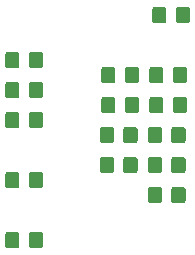
<source format=gbr>
G04 #@! TF.GenerationSoftware,KiCad,Pcbnew,5.1.5+dfsg1-2build2*
G04 #@! TF.CreationDate,2023-03-21T22:00:02+00:00*
G04 #@! TF.ProjectId,pps-rom-dumper,7070732d-726f-46d2-9d64-756d7065722e,rev?*
G04 #@! TF.SameCoordinates,Original*
G04 #@! TF.FileFunction,Paste,Bot*
G04 #@! TF.FilePolarity,Positive*
%FSLAX46Y46*%
G04 Gerber Fmt 4.6, Leading zero omitted, Abs format (unit mm)*
G04 Created by KiCad (PCBNEW 5.1.5+dfsg1-2build2) date 2023-03-21 22:00:02*
%MOMM*%
%LPD*%
G04 APERTURE LIST*
%ADD10C,0.100000*%
G04 APERTURE END LIST*
D10*
G36*
X109991505Y-60896204D02*
G01*
X110015773Y-60899804D01*
X110039572Y-60905765D01*
X110062671Y-60914030D01*
X110084850Y-60924520D01*
X110105893Y-60937132D01*
X110125599Y-60951747D01*
X110143777Y-60968223D01*
X110160253Y-60986401D01*
X110174868Y-61006107D01*
X110187480Y-61027150D01*
X110197970Y-61049329D01*
X110206235Y-61072428D01*
X110212196Y-61096227D01*
X110215796Y-61120495D01*
X110217000Y-61144999D01*
X110217000Y-62045001D01*
X110215796Y-62069505D01*
X110212196Y-62093773D01*
X110206235Y-62117572D01*
X110197970Y-62140671D01*
X110187480Y-62162850D01*
X110174868Y-62183893D01*
X110160253Y-62203599D01*
X110143777Y-62221777D01*
X110125599Y-62238253D01*
X110105893Y-62252868D01*
X110084850Y-62265480D01*
X110062671Y-62275970D01*
X110039572Y-62284235D01*
X110015773Y-62290196D01*
X109991505Y-62293796D01*
X109967001Y-62295000D01*
X109266999Y-62295000D01*
X109242495Y-62293796D01*
X109218227Y-62290196D01*
X109194428Y-62284235D01*
X109171329Y-62275970D01*
X109149150Y-62265480D01*
X109128107Y-62252868D01*
X109108401Y-62238253D01*
X109090223Y-62221777D01*
X109073747Y-62203599D01*
X109059132Y-62183893D01*
X109046520Y-62162850D01*
X109036030Y-62140671D01*
X109027765Y-62117572D01*
X109021804Y-62093773D01*
X109018204Y-62069505D01*
X109017000Y-62045001D01*
X109017000Y-61144999D01*
X109018204Y-61120495D01*
X109021804Y-61096227D01*
X109027765Y-61072428D01*
X109036030Y-61049329D01*
X109046520Y-61027150D01*
X109059132Y-61006107D01*
X109073747Y-60986401D01*
X109090223Y-60968223D01*
X109108401Y-60951747D01*
X109128107Y-60937132D01*
X109149150Y-60924520D01*
X109171329Y-60914030D01*
X109194428Y-60905765D01*
X109218227Y-60899804D01*
X109242495Y-60896204D01*
X109266999Y-60895000D01*
X109967001Y-60895000D01*
X109991505Y-60896204D01*
G37*
G36*
X111991505Y-60896204D02*
G01*
X112015773Y-60899804D01*
X112039572Y-60905765D01*
X112062671Y-60914030D01*
X112084850Y-60924520D01*
X112105893Y-60937132D01*
X112125599Y-60951747D01*
X112143777Y-60968223D01*
X112160253Y-60986401D01*
X112174868Y-61006107D01*
X112187480Y-61027150D01*
X112197970Y-61049329D01*
X112206235Y-61072428D01*
X112212196Y-61096227D01*
X112215796Y-61120495D01*
X112217000Y-61144999D01*
X112217000Y-62045001D01*
X112215796Y-62069505D01*
X112212196Y-62093773D01*
X112206235Y-62117572D01*
X112197970Y-62140671D01*
X112187480Y-62162850D01*
X112174868Y-62183893D01*
X112160253Y-62203599D01*
X112143777Y-62221777D01*
X112125599Y-62238253D01*
X112105893Y-62252868D01*
X112084850Y-62265480D01*
X112062671Y-62275970D01*
X112039572Y-62284235D01*
X112015773Y-62290196D01*
X111991505Y-62293796D01*
X111967001Y-62295000D01*
X111266999Y-62295000D01*
X111242495Y-62293796D01*
X111218227Y-62290196D01*
X111194428Y-62284235D01*
X111171329Y-62275970D01*
X111149150Y-62265480D01*
X111128107Y-62252868D01*
X111108401Y-62238253D01*
X111090223Y-62221777D01*
X111073747Y-62203599D01*
X111059132Y-62183893D01*
X111046520Y-62162850D01*
X111036030Y-62140671D01*
X111027765Y-62117572D01*
X111021804Y-62093773D01*
X111018204Y-62069505D01*
X111017000Y-62045001D01*
X111017000Y-61144999D01*
X111018204Y-61120495D01*
X111021804Y-61096227D01*
X111027765Y-61072428D01*
X111036030Y-61049329D01*
X111046520Y-61027150D01*
X111059132Y-61006107D01*
X111073747Y-60986401D01*
X111090223Y-60968223D01*
X111108401Y-60951747D01*
X111128107Y-60937132D01*
X111149150Y-60924520D01*
X111171329Y-60914030D01*
X111194428Y-60905765D01*
X111218227Y-60899804D01*
X111242495Y-60896204D01*
X111266999Y-60895000D01*
X111967001Y-60895000D01*
X111991505Y-60896204D01*
G37*
G36*
X114055505Y-60896204D02*
G01*
X114079773Y-60899804D01*
X114103572Y-60905765D01*
X114126671Y-60914030D01*
X114148850Y-60924520D01*
X114169893Y-60937132D01*
X114189599Y-60951747D01*
X114207777Y-60968223D01*
X114224253Y-60986401D01*
X114238868Y-61006107D01*
X114251480Y-61027150D01*
X114261970Y-61049329D01*
X114270235Y-61072428D01*
X114276196Y-61096227D01*
X114279796Y-61120495D01*
X114281000Y-61144999D01*
X114281000Y-62045001D01*
X114279796Y-62069505D01*
X114276196Y-62093773D01*
X114270235Y-62117572D01*
X114261970Y-62140671D01*
X114251480Y-62162850D01*
X114238868Y-62183893D01*
X114224253Y-62203599D01*
X114207777Y-62221777D01*
X114189599Y-62238253D01*
X114169893Y-62252868D01*
X114148850Y-62265480D01*
X114126671Y-62275970D01*
X114103572Y-62284235D01*
X114079773Y-62290196D01*
X114055505Y-62293796D01*
X114031001Y-62295000D01*
X113330999Y-62295000D01*
X113306495Y-62293796D01*
X113282227Y-62290196D01*
X113258428Y-62284235D01*
X113235329Y-62275970D01*
X113213150Y-62265480D01*
X113192107Y-62252868D01*
X113172401Y-62238253D01*
X113154223Y-62221777D01*
X113137747Y-62203599D01*
X113123132Y-62183893D01*
X113110520Y-62162850D01*
X113100030Y-62140671D01*
X113091765Y-62117572D01*
X113085804Y-62093773D01*
X113082204Y-62069505D01*
X113081000Y-62045001D01*
X113081000Y-61144999D01*
X113082204Y-61120495D01*
X113085804Y-61096227D01*
X113091765Y-61072428D01*
X113100030Y-61049329D01*
X113110520Y-61027150D01*
X113123132Y-61006107D01*
X113137747Y-60986401D01*
X113154223Y-60968223D01*
X113172401Y-60951747D01*
X113192107Y-60937132D01*
X113213150Y-60924520D01*
X113235329Y-60914030D01*
X113258428Y-60905765D01*
X113282227Y-60899804D01*
X113306495Y-60896204D01*
X113330999Y-60895000D01*
X114031001Y-60895000D01*
X114055505Y-60896204D01*
G37*
G36*
X116055505Y-60896204D02*
G01*
X116079773Y-60899804D01*
X116103572Y-60905765D01*
X116126671Y-60914030D01*
X116148850Y-60924520D01*
X116169893Y-60937132D01*
X116189599Y-60951747D01*
X116207777Y-60968223D01*
X116224253Y-60986401D01*
X116238868Y-61006107D01*
X116251480Y-61027150D01*
X116261970Y-61049329D01*
X116270235Y-61072428D01*
X116276196Y-61096227D01*
X116279796Y-61120495D01*
X116281000Y-61144999D01*
X116281000Y-62045001D01*
X116279796Y-62069505D01*
X116276196Y-62093773D01*
X116270235Y-62117572D01*
X116261970Y-62140671D01*
X116251480Y-62162850D01*
X116238868Y-62183893D01*
X116224253Y-62203599D01*
X116207777Y-62221777D01*
X116189599Y-62238253D01*
X116169893Y-62252868D01*
X116148850Y-62265480D01*
X116126671Y-62275970D01*
X116103572Y-62284235D01*
X116079773Y-62290196D01*
X116055505Y-62293796D01*
X116031001Y-62295000D01*
X115330999Y-62295000D01*
X115306495Y-62293796D01*
X115282227Y-62290196D01*
X115258428Y-62284235D01*
X115235329Y-62275970D01*
X115213150Y-62265480D01*
X115192107Y-62252868D01*
X115172401Y-62238253D01*
X115154223Y-62221777D01*
X115137747Y-62203599D01*
X115123132Y-62183893D01*
X115110520Y-62162850D01*
X115100030Y-62140671D01*
X115091765Y-62117572D01*
X115085804Y-62093773D01*
X115082204Y-62069505D01*
X115081000Y-62045001D01*
X115081000Y-61144999D01*
X115082204Y-61120495D01*
X115085804Y-61096227D01*
X115091765Y-61072428D01*
X115100030Y-61049329D01*
X115110520Y-61027150D01*
X115123132Y-61006107D01*
X115137747Y-60986401D01*
X115154223Y-60968223D01*
X115172401Y-60951747D01*
X115192107Y-60937132D01*
X115213150Y-60924520D01*
X115235329Y-60914030D01*
X115258428Y-60905765D01*
X115282227Y-60899804D01*
X115306495Y-60896204D01*
X115330999Y-60895000D01*
X116031001Y-60895000D01*
X116055505Y-60896204D01*
G37*
G36*
X109864505Y-65976204D02*
G01*
X109888773Y-65979804D01*
X109912572Y-65985765D01*
X109935671Y-65994030D01*
X109957850Y-66004520D01*
X109978893Y-66017132D01*
X109998599Y-66031747D01*
X110016777Y-66048223D01*
X110033253Y-66066401D01*
X110047868Y-66086107D01*
X110060480Y-66107150D01*
X110070970Y-66129329D01*
X110079235Y-66152428D01*
X110085196Y-66176227D01*
X110088796Y-66200495D01*
X110090000Y-66224999D01*
X110090000Y-67125001D01*
X110088796Y-67149505D01*
X110085196Y-67173773D01*
X110079235Y-67197572D01*
X110070970Y-67220671D01*
X110060480Y-67242850D01*
X110047868Y-67263893D01*
X110033253Y-67283599D01*
X110016777Y-67301777D01*
X109998599Y-67318253D01*
X109978893Y-67332868D01*
X109957850Y-67345480D01*
X109935671Y-67355970D01*
X109912572Y-67364235D01*
X109888773Y-67370196D01*
X109864505Y-67373796D01*
X109840001Y-67375000D01*
X109139999Y-67375000D01*
X109115495Y-67373796D01*
X109091227Y-67370196D01*
X109067428Y-67364235D01*
X109044329Y-67355970D01*
X109022150Y-67345480D01*
X109001107Y-67332868D01*
X108981401Y-67318253D01*
X108963223Y-67301777D01*
X108946747Y-67283599D01*
X108932132Y-67263893D01*
X108919520Y-67242850D01*
X108909030Y-67220671D01*
X108900765Y-67197572D01*
X108894804Y-67173773D01*
X108891204Y-67149505D01*
X108890000Y-67125001D01*
X108890000Y-66224999D01*
X108891204Y-66200495D01*
X108894804Y-66176227D01*
X108900765Y-66152428D01*
X108909030Y-66129329D01*
X108919520Y-66107150D01*
X108932132Y-66086107D01*
X108946747Y-66066401D01*
X108963223Y-66048223D01*
X108981401Y-66031747D01*
X109001107Y-66017132D01*
X109022150Y-66004520D01*
X109044329Y-65994030D01*
X109067428Y-65985765D01*
X109091227Y-65979804D01*
X109115495Y-65976204D01*
X109139999Y-65975000D01*
X109840001Y-65975000D01*
X109864505Y-65976204D01*
G37*
G36*
X111864505Y-65976204D02*
G01*
X111888773Y-65979804D01*
X111912572Y-65985765D01*
X111935671Y-65994030D01*
X111957850Y-66004520D01*
X111978893Y-66017132D01*
X111998599Y-66031747D01*
X112016777Y-66048223D01*
X112033253Y-66066401D01*
X112047868Y-66086107D01*
X112060480Y-66107150D01*
X112070970Y-66129329D01*
X112079235Y-66152428D01*
X112085196Y-66176227D01*
X112088796Y-66200495D01*
X112090000Y-66224999D01*
X112090000Y-67125001D01*
X112088796Y-67149505D01*
X112085196Y-67173773D01*
X112079235Y-67197572D01*
X112070970Y-67220671D01*
X112060480Y-67242850D01*
X112047868Y-67263893D01*
X112033253Y-67283599D01*
X112016777Y-67301777D01*
X111998599Y-67318253D01*
X111978893Y-67332868D01*
X111957850Y-67345480D01*
X111935671Y-67355970D01*
X111912572Y-67364235D01*
X111888773Y-67370196D01*
X111864505Y-67373796D01*
X111840001Y-67375000D01*
X111139999Y-67375000D01*
X111115495Y-67373796D01*
X111091227Y-67370196D01*
X111067428Y-67364235D01*
X111044329Y-67355970D01*
X111022150Y-67345480D01*
X111001107Y-67332868D01*
X110981401Y-67318253D01*
X110963223Y-67301777D01*
X110946747Y-67283599D01*
X110932132Y-67263893D01*
X110919520Y-67242850D01*
X110909030Y-67220671D01*
X110900765Y-67197572D01*
X110894804Y-67173773D01*
X110891204Y-67149505D01*
X110890000Y-67125001D01*
X110890000Y-66224999D01*
X110891204Y-66200495D01*
X110894804Y-66176227D01*
X110900765Y-66152428D01*
X110909030Y-66129329D01*
X110919520Y-66107150D01*
X110932132Y-66086107D01*
X110946747Y-66066401D01*
X110963223Y-66048223D01*
X110981401Y-66031747D01*
X111001107Y-66017132D01*
X111022150Y-66004520D01*
X111044329Y-65994030D01*
X111067428Y-65985765D01*
X111091227Y-65979804D01*
X111115495Y-65976204D01*
X111139999Y-65975000D01*
X111840001Y-65975000D01*
X111864505Y-65976204D01*
G37*
G36*
X113928505Y-65976204D02*
G01*
X113952773Y-65979804D01*
X113976572Y-65985765D01*
X113999671Y-65994030D01*
X114021850Y-66004520D01*
X114042893Y-66017132D01*
X114062599Y-66031747D01*
X114080777Y-66048223D01*
X114097253Y-66066401D01*
X114111868Y-66086107D01*
X114124480Y-66107150D01*
X114134970Y-66129329D01*
X114143235Y-66152428D01*
X114149196Y-66176227D01*
X114152796Y-66200495D01*
X114154000Y-66224999D01*
X114154000Y-67125001D01*
X114152796Y-67149505D01*
X114149196Y-67173773D01*
X114143235Y-67197572D01*
X114134970Y-67220671D01*
X114124480Y-67242850D01*
X114111868Y-67263893D01*
X114097253Y-67283599D01*
X114080777Y-67301777D01*
X114062599Y-67318253D01*
X114042893Y-67332868D01*
X114021850Y-67345480D01*
X113999671Y-67355970D01*
X113976572Y-67364235D01*
X113952773Y-67370196D01*
X113928505Y-67373796D01*
X113904001Y-67375000D01*
X113203999Y-67375000D01*
X113179495Y-67373796D01*
X113155227Y-67370196D01*
X113131428Y-67364235D01*
X113108329Y-67355970D01*
X113086150Y-67345480D01*
X113065107Y-67332868D01*
X113045401Y-67318253D01*
X113027223Y-67301777D01*
X113010747Y-67283599D01*
X112996132Y-67263893D01*
X112983520Y-67242850D01*
X112973030Y-67220671D01*
X112964765Y-67197572D01*
X112958804Y-67173773D01*
X112955204Y-67149505D01*
X112954000Y-67125001D01*
X112954000Y-66224999D01*
X112955204Y-66200495D01*
X112958804Y-66176227D01*
X112964765Y-66152428D01*
X112973030Y-66129329D01*
X112983520Y-66107150D01*
X112996132Y-66086107D01*
X113010747Y-66066401D01*
X113027223Y-66048223D01*
X113045401Y-66031747D01*
X113065107Y-66017132D01*
X113086150Y-66004520D01*
X113108329Y-65994030D01*
X113131428Y-65985765D01*
X113155227Y-65979804D01*
X113179495Y-65976204D01*
X113203999Y-65975000D01*
X113904001Y-65975000D01*
X113928505Y-65976204D01*
G37*
G36*
X115928505Y-65976204D02*
G01*
X115952773Y-65979804D01*
X115976572Y-65985765D01*
X115999671Y-65994030D01*
X116021850Y-66004520D01*
X116042893Y-66017132D01*
X116062599Y-66031747D01*
X116080777Y-66048223D01*
X116097253Y-66066401D01*
X116111868Y-66086107D01*
X116124480Y-66107150D01*
X116134970Y-66129329D01*
X116143235Y-66152428D01*
X116149196Y-66176227D01*
X116152796Y-66200495D01*
X116154000Y-66224999D01*
X116154000Y-67125001D01*
X116152796Y-67149505D01*
X116149196Y-67173773D01*
X116143235Y-67197572D01*
X116134970Y-67220671D01*
X116124480Y-67242850D01*
X116111868Y-67263893D01*
X116097253Y-67283599D01*
X116080777Y-67301777D01*
X116062599Y-67318253D01*
X116042893Y-67332868D01*
X116021850Y-67345480D01*
X115999671Y-67355970D01*
X115976572Y-67364235D01*
X115952773Y-67370196D01*
X115928505Y-67373796D01*
X115904001Y-67375000D01*
X115203999Y-67375000D01*
X115179495Y-67373796D01*
X115155227Y-67370196D01*
X115131428Y-67364235D01*
X115108329Y-67355970D01*
X115086150Y-67345480D01*
X115065107Y-67332868D01*
X115045401Y-67318253D01*
X115027223Y-67301777D01*
X115010747Y-67283599D01*
X114996132Y-67263893D01*
X114983520Y-67242850D01*
X114973030Y-67220671D01*
X114964765Y-67197572D01*
X114958804Y-67173773D01*
X114955204Y-67149505D01*
X114954000Y-67125001D01*
X114954000Y-66224999D01*
X114955204Y-66200495D01*
X114958804Y-66176227D01*
X114964765Y-66152428D01*
X114973030Y-66129329D01*
X114983520Y-66107150D01*
X114996132Y-66086107D01*
X115010747Y-66066401D01*
X115027223Y-66048223D01*
X115045401Y-66031747D01*
X115065107Y-66017132D01*
X115086150Y-66004520D01*
X115108329Y-65994030D01*
X115131428Y-65985765D01*
X115155227Y-65979804D01*
X115179495Y-65976204D01*
X115203999Y-65975000D01*
X115904001Y-65975000D01*
X115928505Y-65976204D01*
G37*
G36*
X109991505Y-58356204D02*
G01*
X110015773Y-58359804D01*
X110039572Y-58365765D01*
X110062671Y-58374030D01*
X110084850Y-58384520D01*
X110105893Y-58397132D01*
X110125599Y-58411747D01*
X110143777Y-58428223D01*
X110160253Y-58446401D01*
X110174868Y-58466107D01*
X110187480Y-58487150D01*
X110197970Y-58509329D01*
X110206235Y-58532428D01*
X110212196Y-58556227D01*
X110215796Y-58580495D01*
X110217000Y-58604999D01*
X110217000Y-59505001D01*
X110215796Y-59529505D01*
X110212196Y-59553773D01*
X110206235Y-59577572D01*
X110197970Y-59600671D01*
X110187480Y-59622850D01*
X110174868Y-59643893D01*
X110160253Y-59663599D01*
X110143777Y-59681777D01*
X110125599Y-59698253D01*
X110105893Y-59712868D01*
X110084850Y-59725480D01*
X110062671Y-59735970D01*
X110039572Y-59744235D01*
X110015773Y-59750196D01*
X109991505Y-59753796D01*
X109967001Y-59755000D01*
X109266999Y-59755000D01*
X109242495Y-59753796D01*
X109218227Y-59750196D01*
X109194428Y-59744235D01*
X109171329Y-59735970D01*
X109149150Y-59725480D01*
X109128107Y-59712868D01*
X109108401Y-59698253D01*
X109090223Y-59681777D01*
X109073747Y-59663599D01*
X109059132Y-59643893D01*
X109046520Y-59622850D01*
X109036030Y-59600671D01*
X109027765Y-59577572D01*
X109021804Y-59553773D01*
X109018204Y-59529505D01*
X109017000Y-59505001D01*
X109017000Y-58604999D01*
X109018204Y-58580495D01*
X109021804Y-58556227D01*
X109027765Y-58532428D01*
X109036030Y-58509329D01*
X109046520Y-58487150D01*
X109059132Y-58466107D01*
X109073747Y-58446401D01*
X109090223Y-58428223D01*
X109108401Y-58411747D01*
X109128107Y-58397132D01*
X109149150Y-58384520D01*
X109171329Y-58374030D01*
X109194428Y-58365765D01*
X109218227Y-58359804D01*
X109242495Y-58356204D01*
X109266999Y-58355000D01*
X109967001Y-58355000D01*
X109991505Y-58356204D01*
G37*
G36*
X111991505Y-58356204D02*
G01*
X112015773Y-58359804D01*
X112039572Y-58365765D01*
X112062671Y-58374030D01*
X112084850Y-58384520D01*
X112105893Y-58397132D01*
X112125599Y-58411747D01*
X112143777Y-58428223D01*
X112160253Y-58446401D01*
X112174868Y-58466107D01*
X112187480Y-58487150D01*
X112197970Y-58509329D01*
X112206235Y-58532428D01*
X112212196Y-58556227D01*
X112215796Y-58580495D01*
X112217000Y-58604999D01*
X112217000Y-59505001D01*
X112215796Y-59529505D01*
X112212196Y-59553773D01*
X112206235Y-59577572D01*
X112197970Y-59600671D01*
X112187480Y-59622850D01*
X112174868Y-59643893D01*
X112160253Y-59663599D01*
X112143777Y-59681777D01*
X112125599Y-59698253D01*
X112105893Y-59712868D01*
X112084850Y-59725480D01*
X112062671Y-59735970D01*
X112039572Y-59744235D01*
X112015773Y-59750196D01*
X111991505Y-59753796D01*
X111967001Y-59755000D01*
X111266999Y-59755000D01*
X111242495Y-59753796D01*
X111218227Y-59750196D01*
X111194428Y-59744235D01*
X111171329Y-59735970D01*
X111149150Y-59725480D01*
X111128107Y-59712868D01*
X111108401Y-59698253D01*
X111090223Y-59681777D01*
X111073747Y-59663599D01*
X111059132Y-59643893D01*
X111046520Y-59622850D01*
X111036030Y-59600671D01*
X111027765Y-59577572D01*
X111021804Y-59553773D01*
X111018204Y-59529505D01*
X111017000Y-59505001D01*
X111017000Y-58604999D01*
X111018204Y-58580495D01*
X111021804Y-58556227D01*
X111027765Y-58532428D01*
X111036030Y-58509329D01*
X111046520Y-58487150D01*
X111059132Y-58466107D01*
X111073747Y-58446401D01*
X111090223Y-58428223D01*
X111108401Y-58411747D01*
X111128107Y-58397132D01*
X111149150Y-58384520D01*
X111171329Y-58374030D01*
X111194428Y-58365765D01*
X111218227Y-58359804D01*
X111242495Y-58356204D01*
X111266999Y-58355000D01*
X111967001Y-58355000D01*
X111991505Y-58356204D01*
G37*
G36*
X114055505Y-58356204D02*
G01*
X114079773Y-58359804D01*
X114103572Y-58365765D01*
X114126671Y-58374030D01*
X114148850Y-58384520D01*
X114169893Y-58397132D01*
X114189599Y-58411747D01*
X114207777Y-58428223D01*
X114224253Y-58446401D01*
X114238868Y-58466107D01*
X114251480Y-58487150D01*
X114261970Y-58509329D01*
X114270235Y-58532428D01*
X114276196Y-58556227D01*
X114279796Y-58580495D01*
X114281000Y-58604999D01*
X114281000Y-59505001D01*
X114279796Y-59529505D01*
X114276196Y-59553773D01*
X114270235Y-59577572D01*
X114261970Y-59600671D01*
X114251480Y-59622850D01*
X114238868Y-59643893D01*
X114224253Y-59663599D01*
X114207777Y-59681777D01*
X114189599Y-59698253D01*
X114169893Y-59712868D01*
X114148850Y-59725480D01*
X114126671Y-59735970D01*
X114103572Y-59744235D01*
X114079773Y-59750196D01*
X114055505Y-59753796D01*
X114031001Y-59755000D01*
X113330999Y-59755000D01*
X113306495Y-59753796D01*
X113282227Y-59750196D01*
X113258428Y-59744235D01*
X113235329Y-59735970D01*
X113213150Y-59725480D01*
X113192107Y-59712868D01*
X113172401Y-59698253D01*
X113154223Y-59681777D01*
X113137747Y-59663599D01*
X113123132Y-59643893D01*
X113110520Y-59622850D01*
X113100030Y-59600671D01*
X113091765Y-59577572D01*
X113085804Y-59553773D01*
X113082204Y-59529505D01*
X113081000Y-59505001D01*
X113081000Y-58604999D01*
X113082204Y-58580495D01*
X113085804Y-58556227D01*
X113091765Y-58532428D01*
X113100030Y-58509329D01*
X113110520Y-58487150D01*
X113123132Y-58466107D01*
X113137747Y-58446401D01*
X113154223Y-58428223D01*
X113172401Y-58411747D01*
X113192107Y-58397132D01*
X113213150Y-58384520D01*
X113235329Y-58374030D01*
X113258428Y-58365765D01*
X113282227Y-58359804D01*
X113306495Y-58356204D01*
X113330999Y-58355000D01*
X114031001Y-58355000D01*
X114055505Y-58356204D01*
G37*
G36*
X116055505Y-58356204D02*
G01*
X116079773Y-58359804D01*
X116103572Y-58365765D01*
X116126671Y-58374030D01*
X116148850Y-58384520D01*
X116169893Y-58397132D01*
X116189599Y-58411747D01*
X116207777Y-58428223D01*
X116224253Y-58446401D01*
X116238868Y-58466107D01*
X116251480Y-58487150D01*
X116261970Y-58509329D01*
X116270235Y-58532428D01*
X116276196Y-58556227D01*
X116279796Y-58580495D01*
X116281000Y-58604999D01*
X116281000Y-59505001D01*
X116279796Y-59529505D01*
X116276196Y-59553773D01*
X116270235Y-59577572D01*
X116261970Y-59600671D01*
X116251480Y-59622850D01*
X116238868Y-59643893D01*
X116224253Y-59663599D01*
X116207777Y-59681777D01*
X116189599Y-59698253D01*
X116169893Y-59712868D01*
X116148850Y-59725480D01*
X116126671Y-59735970D01*
X116103572Y-59744235D01*
X116079773Y-59750196D01*
X116055505Y-59753796D01*
X116031001Y-59755000D01*
X115330999Y-59755000D01*
X115306495Y-59753796D01*
X115282227Y-59750196D01*
X115258428Y-59744235D01*
X115235329Y-59735970D01*
X115213150Y-59725480D01*
X115192107Y-59712868D01*
X115172401Y-59698253D01*
X115154223Y-59681777D01*
X115137747Y-59663599D01*
X115123132Y-59643893D01*
X115110520Y-59622850D01*
X115100030Y-59600671D01*
X115091765Y-59577572D01*
X115085804Y-59553773D01*
X115082204Y-59529505D01*
X115081000Y-59505001D01*
X115081000Y-58604999D01*
X115082204Y-58580495D01*
X115085804Y-58556227D01*
X115091765Y-58532428D01*
X115100030Y-58509329D01*
X115110520Y-58487150D01*
X115123132Y-58466107D01*
X115137747Y-58446401D01*
X115154223Y-58428223D01*
X115172401Y-58411747D01*
X115192107Y-58397132D01*
X115213150Y-58384520D01*
X115235329Y-58374030D01*
X115258428Y-58365765D01*
X115282227Y-58359804D01*
X115306495Y-58356204D01*
X115330999Y-58355000D01*
X116031001Y-58355000D01*
X116055505Y-58356204D01*
G37*
G36*
X109864505Y-63436204D02*
G01*
X109888773Y-63439804D01*
X109912572Y-63445765D01*
X109935671Y-63454030D01*
X109957850Y-63464520D01*
X109978893Y-63477132D01*
X109998599Y-63491747D01*
X110016777Y-63508223D01*
X110033253Y-63526401D01*
X110047868Y-63546107D01*
X110060480Y-63567150D01*
X110070970Y-63589329D01*
X110079235Y-63612428D01*
X110085196Y-63636227D01*
X110088796Y-63660495D01*
X110090000Y-63684999D01*
X110090000Y-64585001D01*
X110088796Y-64609505D01*
X110085196Y-64633773D01*
X110079235Y-64657572D01*
X110070970Y-64680671D01*
X110060480Y-64702850D01*
X110047868Y-64723893D01*
X110033253Y-64743599D01*
X110016777Y-64761777D01*
X109998599Y-64778253D01*
X109978893Y-64792868D01*
X109957850Y-64805480D01*
X109935671Y-64815970D01*
X109912572Y-64824235D01*
X109888773Y-64830196D01*
X109864505Y-64833796D01*
X109840001Y-64835000D01*
X109139999Y-64835000D01*
X109115495Y-64833796D01*
X109091227Y-64830196D01*
X109067428Y-64824235D01*
X109044329Y-64815970D01*
X109022150Y-64805480D01*
X109001107Y-64792868D01*
X108981401Y-64778253D01*
X108963223Y-64761777D01*
X108946747Y-64743599D01*
X108932132Y-64723893D01*
X108919520Y-64702850D01*
X108909030Y-64680671D01*
X108900765Y-64657572D01*
X108894804Y-64633773D01*
X108891204Y-64609505D01*
X108890000Y-64585001D01*
X108890000Y-63684999D01*
X108891204Y-63660495D01*
X108894804Y-63636227D01*
X108900765Y-63612428D01*
X108909030Y-63589329D01*
X108919520Y-63567150D01*
X108932132Y-63546107D01*
X108946747Y-63526401D01*
X108963223Y-63508223D01*
X108981401Y-63491747D01*
X109001107Y-63477132D01*
X109022150Y-63464520D01*
X109044329Y-63454030D01*
X109067428Y-63445765D01*
X109091227Y-63439804D01*
X109115495Y-63436204D01*
X109139999Y-63435000D01*
X109840001Y-63435000D01*
X109864505Y-63436204D01*
G37*
G36*
X111864505Y-63436204D02*
G01*
X111888773Y-63439804D01*
X111912572Y-63445765D01*
X111935671Y-63454030D01*
X111957850Y-63464520D01*
X111978893Y-63477132D01*
X111998599Y-63491747D01*
X112016777Y-63508223D01*
X112033253Y-63526401D01*
X112047868Y-63546107D01*
X112060480Y-63567150D01*
X112070970Y-63589329D01*
X112079235Y-63612428D01*
X112085196Y-63636227D01*
X112088796Y-63660495D01*
X112090000Y-63684999D01*
X112090000Y-64585001D01*
X112088796Y-64609505D01*
X112085196Y-64633773D01*
X112079235Y-64657572D01*
X112070970Y-64680671D01*
X112060480Y-64702850D01*
X112047868Y-64723893D01*
X112033253Y-64743599D01*
X112016777Y-64761777D01*
X111998599Y-64778253D01*
X111978893Y-64792868D01*
X111957850Y-64805480D01*
X111935671Y-64815970D01*
X111912572Y-64824235D01*
X111888773Y-64830196D01*
X111864505Y-64833796D01*
X111840001Y-64835000D01*
X111139999Y-64835000D01*
X111115495Y-64833796D01*
X111091227Y-64830196D01*
X111067428Y-64824235D01*
X111044329Y-64815970D01*
X111022150Y-64805480D01*
X111001107Y-64792868D01*
X110981401Y-64778253D01*
X110963223Y-64761777D01*
X110946747Y-64743599D01*
X110932132Y-64723893D01*
X110919520Y-64702850D01*
X110909030Y-64680671D01*
X110900765Y-64657572D01*
X110894804Y-64633773D01*
X110891204Y-64609505D01*
X110890000Y-64585001D01*
X110890000Y-63684999D01*
X110891204Y-63660495D01*
X110894804Y-63636227D01*
X110900765Y-63612428D01*
X110909030Y-63589329D01*
X110919520Y-63567150D01*
X110932132Y-63546107D01*
X110946747Y-63526401D01*
X110963223Y-63508223D01*
X110981401Y-63491747D01*
X111001107Y-63477132D01*
X111022150Y-63464520D01*
X111044329Y-63454030D01*
X111067428Y-63445765D01*
X111091227Y-63439804D01*
X111115495Y-63436204D01*
X111139999Y-63435000D01*
X111840001Y-63435000D01*
X111864505Y-63436204D01*
G37*
G36*
X113928505Y-63436204D02*
G01*
X113952773Y-63439804D01*
X113976572Y-63445765D01*
X113999671Y-63454030D01*
X114021850Y-63464520D01*
X114042893Y-63477132D01*
X114062599Y-63491747D01*
X114080777Y-63508223D01*
X114097253Y-63526401D01*
X114111868Y-63546107D01*
X114124480Y-63567150D01*
X114134970Y-63589329D01*
X114143235Y-63612428D01*
X114149196Y-63636227D01*
X114152796Y-63660495D01*
X114154000Y-63684999D01*
X114154000Y-64585001D01*
X114152796Y-64609505D01*
X114149196Y-64633773D01*
X114143235Y-64657572D01*
X114134970Y-64680671D01*
X114124480Y-64702850D01*
X114111868Y-64723893D01*
X114097253Y-64743599D01*
X114080777Y-64761777D01*
X114062599Y-64778253D01*
X114042893Y-64792868D01*
X114021850Y-64805480D01*
X113999671Y-64815970D01*
X113976572Y-64824235D01*
X113952773Y-64830196D01*
X113928505Y-64833796D01*
X113904001Y-64835000D01*
X113203999Y-64835000D01*
X113179495Y-64833796D01*
X113155227Y-64830196D01*
X113131428Y-64824235D01*
X113108329Y-64815970D01*
X113086150Y-64805480D01*
X113065107Y-64792868D01*
X113045401Y-64778253D01*
X113027223Y-64761777D01*
X113010747Y-64743599D01*
X112996132Y-64723893D01*
X112983520Y-64702850D01*
X112973030Y-64680671D01*
X112964765Y-64657572D01*
X112958804Y-64633773D01*
X112955204Y-64609505D01*
X112954000Y-64585001D01*
X112954000Y-63684999D01*
X112955204Y-63660495D01*
X112958804Y-63636227D01*
X112964765Y-63612428D01*
X112973030Y-63589329D01*
X112983520Y-63567150D01*
X112996132Y-63546107D01*
X113010747Y-63526401D01*
X113027223Y-63508223D01*
X113045401Y-63491747D01*
X113065107Y-63477132D01*
X113086150Y-63464520D01*
X113108329Y-63454030D01*
X113131428Y-63445765D01*
X113155227Y-63439804D01*
X113179495Y-63436204D01*
X113203999Y-63435000D01*
X113904001Y-63435000D01*
X113928505Y-63436204D01*
G37*
G36*
X115928505Y-63436204D02*
G01*
X115952773Y-63439804D01*
X115976572Y-63445765D01*
X115999671Y-63454030D01*
X116021850Y-63464520D01*
X116042893Y-63477132D01*
X116062599Y-63491747D01*
X116080777Y-63508223D01*
X116097253Y-63526401D01*
X116111868Y-63546107D01*
X116124480Y-63567150D01*
X116134970Y-63589329D01*
X116143235Y-63612428D01*
X116149196Y-63636227D01*
X116152796Y-63660495D01*
X116154000Y-63684999D01*
X116154000Y-64585001D01*
X116152796Y-64609505D01*
X116149196Y-64633773D01*
X116143235Y-64657572D01*
X116134970Y-64680671D01*
X116124480Y-64702850D01*
X116111868Y-64723893D01*
X116097253Y-64743599D01*
X116080777Y-64761777D01*
X116062599Y-64778253D01*
X116042893Y-64792868D01*
X116021850Y-64805480D01*
X115999671Y-64815970D01*
X115976572Y-64824235D01*
X115952773Y-64830196D01*
X115928505Y-64833796D01*
X115904001Y-64835000D01*
X115203999Y-64835000D01*
X115179495Y-64833796D01*
X115155227Y-64830196D01*
X115131428Y-64824235D01*
X115108329Y-64815970D01*
X115086150Y-64805480D01*
X115065107Y-64792868D01*
X115045401Y-64778253D01*
X115027223Y-64761777D01*
X115010747Y-64743599D01*
X114996132Y-64723893D01*
X114983520Y-64702850D01*
X114973030Y-64680671D01*
X114964765Y-64657572D01*
X114958804Y-64633773D01*
X114955204Y-64609505D01*
X114954000Y-64585001D01*
X114954000Y-63684999D01*
X114955204Y-63660495D01*
X114958804Y-63636227D01*
X114964765Y-63612428D01*
X114973030Y-63589329D01*
X114983520Y-63567150D01*
X114996132Y-63546107D01*
X115010747Y-63526401D01*
X115027223Y-63508223D01*
X115045401Y-63491747D01*
X115065107Y-63477132D01*
X115086150Y-63464520D01*
X115108329Y-63454030D01*
X115131428Y-63445765D01*
X115155227Y-63439804D01*
X115179495Y-63436204D01*
X115203999Y-63435000D01*
X115904001Y-63435000D01*
X115928505Y-63436204D01*
G37*
G36*
X101863505Y-62166204D02*
G01*
X101887773Y-62169804D01*
X101911572Y-62175765D01*
X101934671Y-62184030D01*
X101956850Y-62194520D01*
X101977893Y-62207132D01*
X101997599Y-62221747D01*
X102015777Y-62238223D01*
X102032253Y-62256401D01*
X102046868Y-62276107D01*
X102059480Y-62297150D01*
X102069970Y-62319329D01*
X102078235Y-62342428D01*
X102084196Y-62366227D01*
X102087796Y-62390495D01*
X102089000Y-62414999D01*
X102089000Y-63315001D01*
X102087796Y-63339505D01*
X102084196Y-63363773D01*
X102078235Y-63387572D01*
X102069970Y-63410671D01*
X102059480Y-63432850D01*
X102046868Y-63453893D01*
X102032253Y-63473599D01*
X102015777Y-63491777D01*
X101997599Y-63508253D01*
X101977893Y-63522868D01*
X101956850Y-63535480D01*
X101934671Y-63545970D01*
X101911572Y-63554235D01*
X101887773Y-63560196D01*
X101863505Y-63563796D01*
X101839001Y-63565000D01*
X101138999Y-63565000D01*
X101114495Y-63563796D01*
X101090227Y-63560196D01*
X101066428Y-63554235D01*
X101043329Y-63545970D01*
X101021150Y-63535480D01*
X101000107Y-63522868D01*
X100980401Y-63508253D01*
X100962223Y-63491777D01*
X100945747Y-63473599D01*
X100931132Y-63453893D01*
X100918520Y-63432850D01*
X100908030Y-63410671D01*
X100899765Y-63387572D01*
X100893804Y-63363773D01*
X100890204Y-63339505D01*
X100889000Y-63315001D01*
X100889000Y-62414999D01*
X100890204Y-62390495D01*
X100893804Y-62366227D01*
X100899765Y-62342428D01*
X100908030Y-62319329D01*
X100918520Y-62297150D01*
X100931132Y-62276107D01*
X100945747Y-62256401D01*
X100962223Y-62238223D01*
X100980401Y-62221747D01*
X101000107Y-62207132D01*
X101021150Y-62194520D01*
X101043329Y-62184030D01*
X101066428Y-62175765D01*
X101090227Y-62169804D01*
X101114495Y-62166204D01*
X101138999Y-62165000D01*
X101839001Y-62165000D01*
X101863505Y-62166204D01*
G37*
G36*
X103863505Y-62166204D02*
G01*
X103887773Y-62169804D01*
X103911572Y-62175765D01*
X103934671Y-62184030D01*
X103956850Y-62194520D01*
X103977893Y-62207132D01*
X103997599Y-62221747D01*
X104015777Y-62238223D01*
X104032253Y-62256401D01*
X104046868Y-62276107D01*
X104059480Y-62297150D01*
X104069970Y-62319329D01*
X104078235Y-62342428D01*
X104084196Y-62366227D01*
X104087796Y-62390495D01*
X104089000Y-62414999D01*
X104089000Y-63315001D01*
X104087796Y-63339505D01*
X104084196Y-63363773D01*
X104078235Y-63387572D01*
X104069970Y-63410671D01*
X104059480Y-63432850D01*
X104046868Y-63453893D01*
X104032253Y-63473599D01*
X104015777Y-63491777D01*
X103997599Y-63508253D01*
X103977893Y-63522868D01*
X103956850Y-63535480D01*
X103934671Y-63545970D01*
X103911572Y-63554235D01*
X103887773Y-63560196D01*
X103863505Y-63563796D01*
X103839001Y-63565000D01*
X103138999Y-63565000D01*
X103114495Y-63563796D01*
X103090227Y-63560196D01*
X103066428Y-63554235D01*
X103043329Y-63545970D01*
X103021150Y-63535480D01*
X103000107Y-63522868D01*
X102980401Y-63508253D01*
X102962223Y-63491777D01*
X102945747Y-63473599D01*
X102931132Y-63453893D01*
X102918520Y-63432850D01*
X102908030Y-63410671D01*
X102899765Y-63387572D01*
X102893804Y-63363773D01*
X102890204Y-63339505D01*
X102889000Y-63315001D01*
X102889000Y-62414999D01*
X102890204Y-62390495D01*
X102893804Y-62366227D01*
X102899765Y-62342428D01*
X102908030Y-62319329D01*
X102918520Y-62297150D01*
X102931132Y-62276107D01*
X102945747Y-62256401D01*
X102962223Y-62238223D01*
X102980401Y-62221747D01*
X103000107Y-62207132D01*
X103021150Y-62194520D01*
X103043329Y-62184030D01*
X103066428Y-62175765D01*
X103090227Y-62169804D01*
X103114495Y-62166204D01*
X103138999Y-62165000D01*
X103839001Y-62165000D01*
X103863505Y-62166204D01*
G37*
G36*
X116309505Y-53276204D02*
G01*
X116333773Y-53279804D01*
X116357572Y-53285765D01*
X116380671Y-53294030D01*
X116402850Y-53304520D01*
X116423893Y-53317132D01*
X116443599Y-53331747D01*
X116461777Y-53348223D01*
X116478253Y-53366401D01*
X116492868Y-53386107D01*
X116505480Y-53407150D01*
X116515970Y-53429329D01*
X116524235Y-53452428D01*
X116530196Y-53476227D01*
X116533796Y-53500495D01*
X116535000Y-53524999D01*
X116535000Y-54425001D01*
X116533796Y-54449505D01*
X116530196Y-54473773D01*
X116524235Y-54497572D01*
X116515970Y-54520671D01*
X116505480Y-54542850D01*
X116492868Y-54563893D01*
X116478253Y-54583599D01*
X116461777Y-54601777D01*
X116443599Y-54618253D01*
X116423893Y-54632868D01*
X116402850Y-54645480D01*
X116380671Y-54655970D01*
X116357572Y-54664235D01*
X116333773Y-54670196D01*
X116309505Y-54673796D01*
X116285001Y-54675000D01*
X115584999Y-54675000D01*
X115560495Y-54673796D01*
X115536227Y-54670196D01*
X115512428Y-54664235D01*
X115489329Y-54655970D01*
X115467150Y-54645480D01*
X115446107Y-54632868D01*
X115426401Y-54618253D01*
X115408223Y-54601777D01*
X115391747Y-54583599D01*
X115377132Y-54563893D01*
X115364520Y-54542850D01*
X115354030Y-54520671D01*
X115345765Y-54497572D01*
X115339804Y-54473773D01*
X115336204Y-54449505D01*
X115335000Y-54425001D01*
X115335000Y-53524999D01*
X115336204Y-53500495D01*
X115339804Y-53476227D01*
X115345765Y-53452428D01*
X115354030Y-53429329D01*
X115364520Y-53407150D01*
X115377132Y-53386107D01*
X115391747Y-53366401D01*
X115408223Y-53348223D01*
X115426401Y-53331747D01*
X115446107Y-53317132D01*
X115467150Y-53304520D01*
X115489329Y-53294030D01*
X115512428Y-53285765D01*
X115536227Y-53279804D01*
X115560495Y-53276204D01*
X115584999Y-53275000D01*
X116285001Y-53275000D01*
X116309505Y-53276204D01*
G37*
G36*
X114309505Y-53276204D02*
G01*
X114333773Y-53279804D01*
X114357572Y-53285765D01*
X114380671Y-53294030D01*
X114402850Y-53304520D01*
X114423893Y-53317132D01*
X114443599Y-53331747D01*
X114461777Y-53348223D01*
X114478253Y-53366401D01*
X114492868Y-53386107D01*
X114505480Y-53407150D01*
X114515970Y-53429329D01*
X114524235Y-53452428D01*
X114530196Y-53476227D01*
X114533796Y-53500495D01*
X114535000Y-53524999D01*
X114535000Y-54425001D01*
X114533796Y-54449505D01*
X114530196Y-54473773D01*
X114524235Y-54497572D01*
X114515970Y-54520671D01*
X114505480Y-54542850D01*
X114492868Y-54563893D01*
X114478253Y-54583599D01*
X114461777Y-54601777D01*
X114443599Y-54618253D01*
X114423893Y-54632868D01*
X114402850Y-54645480D01*
X114380671Y-54655970D01*
X114357572Y-54664235D01*
X114333773Y-54670196D01*
X114309505Y-54673796D01*
X114285001Y-54675000D01*
X113584999Y-54675000D01*
X113560495Y-54673796D01*
X113536227Y-54670196D01*
X113512428Y-54664235D01*
X113489329Y-54655970D01*
X113467150Y-54645480D01*
X113446107Y-54632868D01*
X113426401Y-54618253D01*
X113408223Y-54601777D01*
X113391747Y-54583599D01*
X113377132Y-54563893D01*
X113364520Y-54542850D01*
X113354030Y-54520671D01*
X113345765Y-54497572D01*
X113339804Y-54473773D01*
X113336204Y-54449505D01*
X113335000Y-54425001D01*
X113335000Y-53524999D01*
X113336204Y-53500495D01*
X113339804Y-53476227D01*
X113345765Y-53452428D01*
X113354030Y-53429329D01*
X113364520Y-53407150D01*
X113377132Y-53386107D01*
X113391747Y-53366401D01*
X113408223Y-53348223D01*
X113426401Y-53331747D01*
X113446107Y-53317132D01*
X113467150Y-53304520D01*
X113489329Y-53294030D01*
X113512428Y-53285765D01*
X113536227Y-53279804D01*
X113560495Y-53276204D01*
X113584999Y-53275000D01*
X114285001Y-53275000D01*
X114309505Y-53276204D01*
G37*
G36*
X115928505Y-68516204D02*
G01*
X115952773Y-68519804D01*
X115976572Y-68525765D01*
X115999671Y-68534030D01*
X116021850Y-68544520D01*
X116042893Y-68557132D01*
X116062599Y-68571747D01*
X116080777Y-68588223D01*
X116097253Y-68606401D01*
X116111868Y-68626107D01*
X116124480Y-68647150D01*
X116134970Y-68669329D01*
X116143235Y-68692428D01*
X116149196Y-68716227D01*
X116152796Y-68740495D01*
X116154000Y-68764999D01*
X116154000Y-69665001D01*
X116152796Y-69689505D01*
X116149196Y-69713773D01*
X116143235Y-69737572D01*
X116134970Y-69760671D01*
X116124480Y-69782850D01*
X116111868Y-69803893D01*
X116097253Y-69823599D01*
X116080777Y-69841777D01*
X116062599Y-69858253D01*
X116042893Y-69872868D01*
X116021850Y-69885480D01*
X115999671Y-69895970D01*
X115976572Y-69904235D01*
X115952773Y-69910196D01*
X115928505Y-69913796D01*
X115904001Y-69915000D01*
X115203999Y-69915000D01*
X115179495Y-69913796D01*
X115155227Y-69910196D01*
X115131428Y-69904235D01*
X115108329Y-69895970D01*
X115086150Y-69885480D01*
X115065107Y-69872868D01*
X115045401Y-69858253D01*
X115027223Y-69841777D01*
X115010747Y-69823599D01*
X114996132Y-69803893D01*
X114983520Y-69782850D01*
X114973030Y-69760671D01*
X114964765Y-69737572D01*
X114958804Y-69713773D01*
X114955204Y-69689505D01*
X114954000Y-69665001D01*
X114954000Y-68764999D01*
X114955204Y-68740495D01*
X114958804Y-68716227D01*
X114964765Y-68692428D01*
X114973030Y-68669329D01*
X114983520Y-68647150D01*
X114996132Y-68626107D01*
X115010747Y-68606401D01*
X115027223Y-68588223D01*
X115045401Y-68571747D01*
X115065107Y-68557132D01*
X115086150Y-68544520D01*
X115108329Y-68534030D01*
X115131428Y-68525765D01*
X115155227Y-68519804D01*
X115179495Y-68516204D01*
X115203999Y-68515000D01*
X115904001Y-68515000D01*
X115928505Y-68516204D01*
G37*
G36*
X113928505Y-68516204D02*
G01*
X113952773Y-68519804D01*
X113976572Y-68525765D01*
X113999671Y-68534030D01*
X114021850Y-68544520D01*
X114042893Y-68557132D01*
X114062599Y-68571747D01*
X114080777Y-68588223D01*
X114097253Y-68606401D01*
X114111868Y-68626107D01*
X114124480Y-68647150D01*
X114134970Y-68669329D01*
X114143235Y-68692428D01*
X114149196Y-68716227D01*
X114152796Y-68740495D01*
X114154000Y-68764999D01*
X114154000Y-69665001D01*
X114152796Y-69689505D01*
X114149196Y-69713773D01*
X114143235Y-69737572D01*
X114134970Y-69760671D01*
X114124480Y-69782850D01*
X114111868Y-69803893D01*
X114097253Y-69823599D01*
X114080777Y-69841777D01*
X114062599Y-69858253D01*
X114042893Y-69872868D01*
X114021850Y-69885480D01*
X113999671Y-69895970D01*
X113976572Y-69904235D01*
X113952773Y-69910196D01*
X113928505Y-69913796D01*
X113904001Y-69915000D01*
X113203999Y-69915000D01*
X113179495Y-69913796D01*
X113155227Y-69910196D01*
X113131428Y-69904235D01*
X113108329Y-69895970D01*
X113086150Y-69885480D01*
X113065107Y-69872868D01*
X113045401Y-69858253D01*
X113027223Y-69841777D01*
X113010747Y-69823599D01*
X112996132Y-69803893D01*
X112983520Y-69782850D01*
X112973030Y-69760671D01*
X112964765Y-69737572D01*
X112958804Y-69713773D01*
X112955204Y-69689505D01*
X112954000Y-69665001D01*
X112954000Y-68764999D01*
X112955204Y-68740495D01*
X112958804Y-68716227D01*
X112964765Y-68692428D01*
X112973030Y-68669329D01*
X112983520Y-68647150D01*
X112996132Y-68626107D01*
X113010747Y-68606401D01*
X113027223Y-68588223D01*
X113045401Y-68571747D01*
X113065107Y-68557132D01*
X113086150Y-68544520D01*
X113108329Y-68534030D01*
X113131428Y-68525765D01*
X113155227Y-68519804D01*
X113179495Y-68516204D01*
X113203999Y-68515000D01*
X113904001Y-68515000D01*
X113928505Y-68516204D01*
G37*
G36*
X101863505Y-67246204D02*
G01*
X101887773Y-67249804D01*
X101911572Y-67255765D01*
X101934671Y-67264030D01*
X101956850Y-67274520D01*
X101977893Y-67287132D01*
X101997599Y-67301747D01*
X102015777Y-67318223D01*
X102032253Y-67336401D01*
X102046868Y-67356107D01*
X102059480Y-67377150D01*
X102069970Y-67399329D01*
X102078235Y-67422428D01*
X102084196Y-67446227D01*
X102087796Y-67470495D01*
X102089000Y-67494999D01*
X102089000Y-68395001D01*
X102087796Y-68419505D01*
X102084196Y-68443773D01*
X102078235Y-68467572D01*
X102069970Y-68490671D01*
X102059480Y-68512850D01*
X102046868Y-68533893D01*
X102032253Y-68553599D01*
X102015777Y-68571777D01*
X101997599Y-68588253D01*
X101977893Y-68602868D01*
X101956850Y-68615480D01*
X101934671Y-68625970D01*
X101911572Y-68634235D01*
X101887773Y-68640196D01*
X101863505Y-68643796D01*
X101839001Y-68645000D01*
X101138999Y-68645000D01*
X101114495Y-68643796D01*
X101090227Y-68640196D01*
X101066428Y-68634235D01*
X101043329Y-68625970D01*
X101021150Y-68615480D01*
X101000107Y-68602868D01*
X100980401Y-68588253D01*
X100962223Y-68571777D01*
X100945747Y-68553599D01*
X100931132Y-68533893D01*
X100918520Y-68512850D01*
X100908030Y-68490671D01*
X100899765Y-68467572D01*
X100893804Y-68443773D01*
X100890204Y-68419505D01*
X100889000Y-68395001D01*
X100889000Y-67494999D01*
X100890204Y-67470495D01*
X100893804Y-67446227D01*
X100899765Y-67422428D01*
X100908030Y-67399329D01*
X100918520Y-67377150D01*
X100931132Y-67356107D01*
X100945747Y-67336401D01*
X100962223Y-67318223D01*
X100980401Y-67301747D01*
X101000107Y-67287132D01*
X101021150Y-67274520D01*
X101043329Y-67264030D01*
X101066428Y-67255765D01*
X101090227Y-67249804D01*
X101114495Y-67246204D01*
X101138999Y-67245000D01*
X101839001Y-67245000D01*
X101863505Y-67246204D01*
G37*
G36*
X103863505Y-67246204D02*
G01*
X103887773Y-67249804D01*
X103911572Y-67255765D01*
X103934671Y-67264030D01*
X103956850Y-67274520D01*
X103977893Y-67287132D01*
X103997599Y-67301747D01*
X104015777Y-67318223D01*
X104032253Y-67336401D01*
X104046868Y-67356107D01*
X104059480Y-67377150D01*
X104069970Y-67399329D01*
X104078235Y-67422428D01*
X104084196Y-67446227D01*
X104087796Y-67470495D01*
X104089000Y-67494999D01*
X104089000Y-68395001D01*
X104087796Y-68419505D01*
X104084196Y-68443773D01*
X104078235Y-68467572D01*
X104069970Y-68490671D01*
X104059480Y-68512850D01*
X104046868Y-68533893D01*
X104032253Y-68553599D01*
X104015777Y-68571777D01*
X103997599Y-68588253D01*
X103977893Y-68602868D01*
X103956850Y-68615480D01*
X103934671Y-68625970D01*
X103911572Y-68634235D01*
X103887773Y-68640196D01*
X103863505Y-68643796D01*
X103839001Y-68645000D01*
X103138999Y-68645000D01*
X103114495Y-68643796D01*
X103090227Y-68640196D01*
X103066428Y-68634235D01*
X103043329Y-68625970D01*
X103021150Y-68615480D01*
X103000107Y-68602868D01*
X102980401Y-68588253D01*
X102962223Y-68571777D01*
X102945747Y-68553599D01*
X102931132Y-68533893D01*
X102918520Y-68512850D01*
X102908030Y-68490671D01*
X102899765Y-68467572D01*
X102893804Y-68443773D01*
X102890204Y-68419505D01*
X102889000Y-68395001D01*
X102889000Y-67494999D01*
X102890204Y-67470495D01*
X102893804Y-67446227D01*
X102899765Y-67422428D01*
X102908030Y-67399329D01*
X102918520Y-67377150D01*
X102931132Y-67356107D01*
X102945747Y-67336401D01*
X102962223Y-67318223D01*
X102980401Y-67301747D01*
X103000107Y-67287132D01*
X103021150Y-67274520D01*
X103043329Y-67264030D01*
X103066428Y-67255765D01*
X103090227Y-67249804D01*
X103114495Y-67246204D01*
X103138999Y-67245000D01*
X103839001Y-67245000D01*
X103863505Y-67246204D01*
G37*
G36*
X101863505Y-72326204D02*
G01*
X101887773Y-72329804D01*
X101911572Y-72335765D01*
X101934671Y-72344030D01*
X101956850Y-72354520D01*
X101977893Y-72367132D01*
X101997599Y-72381747D01*
X102015777Y-72398223D01*
X102032253Y-72416401D01*
X102046868Y-72436107D01*
X102059480Y-72457150D01*
X102069970Y-72479329D01*
X102078235Y-72502428D01*
X102084196Y-72526227D01*
X102087796Y-72550495D01*
X102089000Y-72574999D01*
X102089000Y-73475001D01*
X102087796Y-73499505D01*
X102084196Y-73523773D01*
X102078235Y-73547572D01*
X102069970Y-73570671D01*
X102059480Y-73592850D01*
X102046868Y-73613893D01*
X102032253Y-73633599D01*
X102015777Y-73651777D01*
X101997599Y-73668253D01*
X101977893Y-73682868D01*
X101956850Y-73695480D01*
X101934671Y-73705970D01*
X101911572Y-73714235D01*
X101887773Y-73720196D01*
X101863505Y-73723796D01*
X101839001Y-73725000D01*
X101138999Y-73725000D01*
X101114495Y-73723796D01*
X101090227Y-73720196D01*
X101066428Y-73714235D01*
X101043329Y-73705970D01*
X101021150Y-73695480D01*
X101000107Y-73682868D01*
X100980401Y-73668253D01*
X100962223Y-73651777D01*
X100945747Y-73633599D01*
X100931132Y-73613893D01*
X100918520Y-73592850D01*
X100908030Y-73570671D01*
X100899765Y-73547572D01*
X100893804Y-73523773D01*
X100890204Y-73499505D01*
X100889000Y-73475001D01*
X100889000Y-72574999D01*
X100890204Y-72550495D01*
X100893804Y-72526227D01*
X100899765Y-72502428D01*
X100908030Y-72479329D01*
X100918520Y-72457150D01*
X100931132Y-72436107D01*
X100945747Y-72416401D01*
X100962223Y-72398223D01*
X100980401Y-72381747D01*
X101000107Y-72367132D01*
X101021150Y-72354520D01*
X101043329Y-72344030D01*
X101066428Y-72335765D01*
X101090227Y-72329804D01*
X101114495Y-72326204D01*
X101138999Y-72325000D01*
X101839001Y-72325000D01*
X101863505Y-72326204D01*
G37*
G36*
X103863505Y-72326204D02*
G01*
X103887773Y-72329804D01*
X103911572Y-72335765D01*
X103934671Y-72344030D01*
X103956850Y-72354520D01*
X103977893Y-72367132D01*
X103997599Y-72381747D01*
X104015777Y-72398223D01*
X104032253Y-72416401D01*
X104046868Y-72436107D01*
X104059480Y-72457150D01*
X104069970Y-72479329D01*
X104078235Y-72502428D01*
X104084196Y-72526227D01*
X104087796Y-72550495D01*
X104089000Y-72574999D01*
X104089000Y-73475001D01*
X104087796Y-73499505D01*
X104084196Y-73523773D01*
X104078235Y-73547572D01*
X104069970Y-73570671D01*
X104059480Y-73592850D01*
X104046868Y-73613893D01*
X104032253Y-73633599D01*
X104015777Y-73651777D01*
X103997599Y-73668253D01*
X103977893Y-73682868D01*
X103956850Y-73695480D01*
X103934671Y-73705970D01*
X103911572Y-73714235D01*
X103887773Y-73720196D01*
X103863505Y-73723796D01*
X103839001Y-73725000D01*
X103138999Y-73725000D01*
X103114495Y-73723796D01*
X103090227Y-73720196D01*
X103066428Y-73714235D01*
X103043329Y-73705970D01*
X103021150Y-73695480D01*
X103000107Y-73682868D01*
X102980401Y-73668253D01*
X102962223Y-73651777D01*
X102945747Y-73633599D01*
X102931132Y-73613893D01*
X102918520Y-73592850D01*
X102908030Y-73570671D01*
X102899765Y-73547572D01*
X102893804Y-73523773D01*
X102890204Y-73499505D01*
X102889000Y-73475001D01*
X102889000Y-72574999D01*
X102890204Y-72550495D01*
X102893804Y-72526227D01*
X102899765Y-72502428D01*
X102908030Y-72479329D01*
X102918520Y-72457150D01*
X102931132Y-72436107D01*
X102945747Y-72416401D01*
X102962223Y-72398223D01*
X102980401Y-72381747D01*
X103000107Y-72367132D01*
X103021150Y-72354520D01*
X103043329Y-72344030D01*
X103066428Y-72335765D01*
X103090227Y-72329804D01*
X103114495Y-72326204D01*
X103138999Y-72325000D01*
X103839001Y-72325000D01*
X103863505Y-72326204D01*
G37*
G36*
X101863505Y-59626204D02*
G01*
X101887773Y-59629804D01*
X101911572Y-59635765D01*
X101934671Y-59644030D01*
X101956850Y-59654520D01*
X101977893Y-59667132D01*
X101997599Y-59681747D01*
X102015777Y-59698223D01*
X102032253Y-59716401D01*
X102046868Y-59736107D01*
X102059480Y-59757150D01*
X102069970Y-59779329D01*
X102078235Y-59802428D01*
X102084196Y-59826227D01*
X102087796Y-59850495D01*
X102089000Y-59874999D01*
X102089000Y-60775001D01*
X102087796Y-60799505D01*
X102084196Y-60823773D01*
X102078235Y-60847572D01*
X102069970Y-60870671D01*
X102059480Y-60892850D01*
X102046868Y-60913893D01*
X102032253Y-60933599D01*
X102015777Y-60951777D01*
X101997599Y-60968253D01*
X101977893Y-60982868D01*
X101956850Y-60995480D01*
X101934671Y-61005970D01*
X101911572Y-61014235D01*
X101887773Y-61020196D01*
X101863505Y-61023796D01*
X101839001Y-61025000D01*
X101138999Y-61025000D01*
X101114495Y-61023796D01*
X101090227Y-61020196D01*
X101066428Y-61014235D01*
X101043329Y-61005970D01*
X101021150Y-60995480D01*
X101000107Y-60982868D01*
X100980401Y-60968253D01*
X100962223Y-60951777D01*
X100945747Y-60933599D01*
X100931132Y-60913893D01*
X100918520Y-60892850D01*
X100908030Y-60870671D01*
X100899765Y-60847572D01*
X100893804Y-60823773D01*
X100890204Y-60799505D01*
X100889000Y-60775001D01*
X100889000Y-59874999D01*
X100890204Y-59850495D01*
X100893804Y-59826227D01*
X100899765Y-59802428D01*
X100908030Y-59779329D01*
X100918520Y-59757150D01*
X100931132Y-59736107D01*
X100945747Y-59716401D01*
X100962223Y-59698223D01*
X100980401Y-59681747D01*
X101000107Y-59667132D01*
X101021150Y-59654520D01*
X101043329Y-59644030D01*
X101066428Y-59635765D01*
X101090227Y-59629804D01*
X101114495Y-59626204D01*
X101138999Y-59625000D01*
X101839001Y-59625000D01*
X101863505Y-59626204D01*
G37*
G36*
X103863505Y-59626204D02*
G01*
X103887773Y-59629804D01*
X103911572Y-59635765D01*
X103934671Y-59644030D01*
X103956850Y-59654520D01*
X103977893Y-59667132D01*
X103997599Y-59681747D01*
X104015777Y-59698223D01*
X104032253Y-59716401D01*
X104046868Y-59736107D01*
X104059480Y-59757150D01*
X104069970Y-59779329D01*
X104078235Y-59802428D01*
X104084196Y-59826227D01*
X104087796Y-59850495D01*
X104089000Y-59874999D01*
X104089000Y-60775001D01*
X104087796Y-60799505D01*
X104084196Y-60823773D01*
X104078235Y-60847572D01*
X104069970Y-60870671D01*
X104059480Y-60892850D01*
X104046868Y-60913893D01*
X104032253Y-60933599D01*
X104015777Y-60951777D01*
X103997599Y-60968253D01*
X103977893Y-60982868D01*
X103956850Y-60995480D01*
X103934671Y-61005970D01*
X103911572Y-61014235D01*
X103887773Y-61020196D01*
X103863505Y-61023796D01*
X103839001Y-61025000D01*
X103138999Y-61025000D01*
X103114495Y-61023796D01*
X103090227Y-61020196D01*
X103066428Y-61014235D01*
X103043329Y-61005970D01*
X103021150Y-60995480D01*
X103000107Y-60982868D01*
X102980401Y-60968253D01*
X102962223Y-60951777D01*
X102945747Y-60933599D01*
X102931132Y-60913893D01*
X102918520Y-60892850D01*
X102908030Y-60870671D01*
X102899765Y-60847572D01*
X102893804Y-60823773D01*
X102890204Y-60799505D01*
X102889000Y-60775001D01*
X102889000Y-59874999D01*
X102890204Y-59850495D01*
X102893804Y-59826227D01*
X102899765Y-59802428D01*
X102908030Y-59779329D01*
X102918520Y-59757150D01*
X102931132Y-59736107D01*
X102945747Y-59716401D01*
X102962223Y-59698223D01*
X102980401Y-59681747D01*
X103000107Y-59667132D01*
X103021150Y-59654520D01*
X103043329Y-59644030D01*
X103066428Y-59635765D01*
X103090227Y-59629804D01*
X103114495Y-59626204D01*
X103138999Y-59625000D01*
X103839001Y-59625000D01*
X103863505Y-59626204D01*
G37*
G36*
X101863505Y-57086204D02*
G01*
X101887773Y-57089804D01*
X101911572Y-57095765D01*
X101934671Y-57104030D01*
X101956850Y-57114520D01*
X101977893Y-57127132D01*
X101997599Y-57141747D01*
X102015777Y-57158223D01*
X102032253Y-57176401D01*
X102046868Y-57196107D01*
X102059480Y-57217150D01*
X102069970Y-57239329D01*
X102078235Y-57262428D01*
X102084196Y-57286227D01*
X102087796Y-57310495D01*
X102089000Y-57334999D01*
X102089000Y-58235001D01*
X102087796Y-58259505D01*
X102084196Y-58283773D01*
X102078235Y-58307572D01*
X102069970Y-58330671D01*
X102059480Y-58352850D01*
X102046868Y-58373893D01*
X102032253Y-58393599D01*
X102015777Y-58411777D01*
X101997599Y-58428253D01*
X101977893Y-58442868D01*
X101956850Y-58455480D01*
X101934671Y-58465970D01*
X101911572Y-58474235D01*
X101887773Y-58480196D01*
X101863505Y-58483796D01*
X101839001Y-58485000D01*
X101138999Y-58485000D01*
X101114495Y-58483796D01*
X101090227Y-58480196D01*
X101066428Y-58474235D01*
X101043329Y-58465970D01*
X101021150Y-58455480D01*
X101000107Y-58442868D01*
X100980401Y-58428253D01*
X100962223Y-58411777D01*
X100945747Y-58393599D01*
X100931132Y-58373893D01*
X100918520Y-58352850D01*
X100908030Y-58330671D01*
X100899765Y-58307572D01*
X100893804Y-58283773D01*
X100890204Y-58259505D01*
X100889000Y-58235001D01*
X100889000Y-57334999D01*
X100890204Y-57310495D01*
X100893804Y-57286227D01*
X100899765Y-57262428D01*
X100908030Y-57239329D01*
X100918520Y-57217150D01*
X100931132Y-57196107D01*
X100945747Y-57176401D01*
X100962223Y-57158223D01*
X100980401Y-57141747D01*
X101000107Y-57127132D01*
X101021150Y-57114520D01*
X101043329Y-57104030D01*
X101066428Y-57095765D01*
X101090227Y-57089804D01*
X101114495Y-57086204D01*
X101138999Y-57085000D01*
X101839001Y-57085000D01*
X101863505Y-57086204D01*
G37*
G36*
X103863505Y-57086204D02*
G01*
X103887773Y-57089804D01*
X103911572Y-57095765D01*
X103934671Y-57104030D01*
X103956850Y-57114520D01*
X103977893Y-57127132D01*
X103997599Y-57141747D01*
X104015777Y-57158223D01*
X104032253Y-57176401D01*
X104046868Y-57196107D01*
X104059480Y-57217150D01*
X104069970Y-57239329D01*
X104078235Y-57262428D01*
X104084196Y-57286227D01*
X104087796Y-57310495D01*
X104089000Y-57334999D01*
X104089000Y-58235001D01*
X104087796Y-58259505D01*
X104084196Y-58283773D01*
X104078235Y-58307572D01*
X104069970Y-58330671D01*
X104059480Y-58352850D01*
X104046868Y-58373893D01*
X104032253Y-58393599D01*
X104015777Y-58411777D01*
X103997599Y-58428253D01*
X103977893Y-58442868D01*
X103956850Y-58455480D01*
X103934671Y-58465970D01*
X103911572Y-58474235D01*
X103887773Y-58480196D01*
X103863505Y-58483796D01*
X103839001Y-58485000D01*
X103138999Y-58485000D01*
X103114495Y-58483796D01*
X103090227Y-58480196D01*
X103066428Y-58474235D01*
X103043329Y-58465970D01*
X103021150Y-58455480D01*
X103000107Y-58442868D01*
X102980401Y-58428253D01*
X102962223Y-58411777D01*
X102945747Y-58393599D01*
X102931132Y-58373893D01*
X102918520Y-58352850D01*
X102908030Y-58330671D01*
X102899765Y-58307572D01*
X102893804Y-58283773D01*
X102890204Y-58259505D01*
X102889000Y-58235001D01*
X102889000Y-57334999D01*
X102890204Y-57310495D01*
X102893804Y-57286227D01*
X102899765Y-57262428D01*
X102908030Y-57239329D01*
X102918520Y-57217150D01*
X102931132Y-57196107D01*
X102945747Y-57176401D01*
X102962223Y-57158223D01*
X102980401Y-57141747D01*
X103000107Y-57127132D01*
X103021150Y-57114520D01*
X103043329Y-57104030D01*
X103066428Y-57095765D01*
X103090227Y-57089804D01*
X103114495Y-57086204D01*
X103138999Y-57085000D01*
X103839001Y-57085000D01*
X103863505Y-57086204D01*
G37*
M02*

</source>
